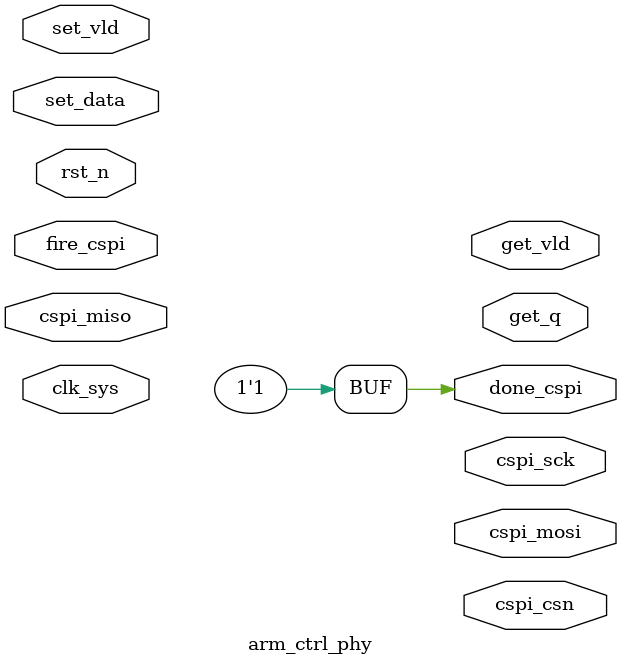
<source format=v>

module arm_ctrl_phy(
fire_cspi,
done_cspi,
//cspi interface
cspi_csn,
cspi_sck,
cspi_miso,
cspi_mosi,
//data path
set_data,
set_vld,
get_q,
get_vld,
//clk rst
clk_sys,
rst_n
);
input		fire_cspi;
output	done_cspi;
//cspi interface
output cspi_csn;
output cspi_sck;
input  cspi_miso;
output cspi_mosi;
//configuration
input [7:0]	set_data;
input				set_vld;
output[7:0]	get_q;
output 			get_vld;
//clk rst
input clk_sys;
input rst_n;
//-----------------------------------
//-----------------------------------


wire done_cspi = 1'b1;


endmodule

</source>
